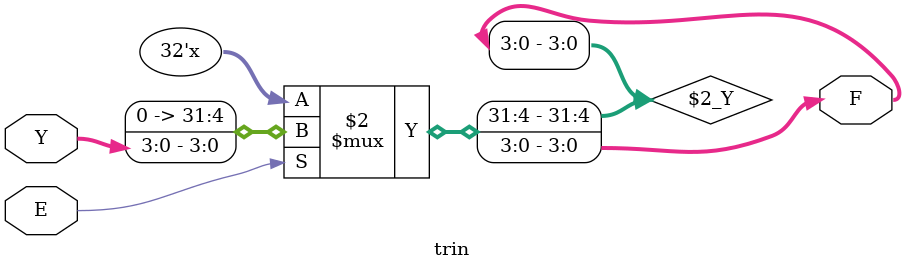
<source format=v>
`timescale 1ns / 1ps
module trin(Y, E, F);

	parameter n = 4;
	
	// Inputs.
	input E;
	input [n-1:0] Y;
	
	// Outputs.
	output tri [n-1:0] F;

	assign F = E ? Y: 'bz;
	
endmodule

</source>
